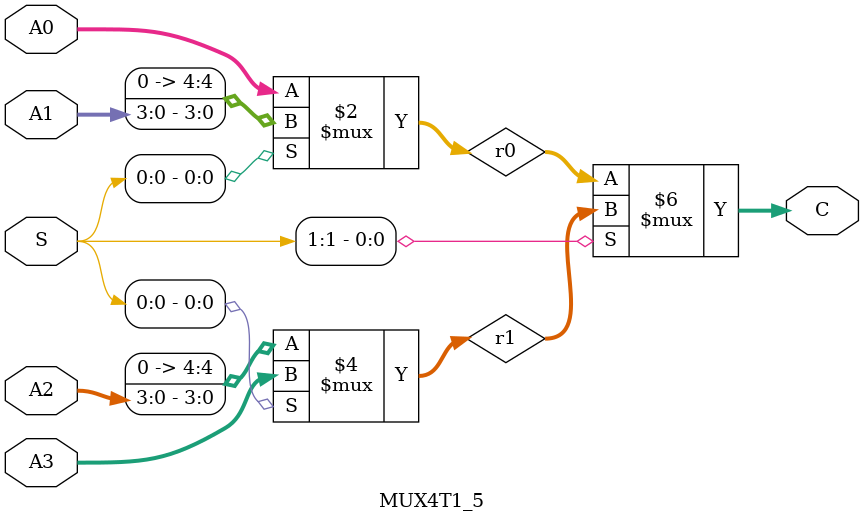
<source format=v>
`timescale 1ns / 1ps
module MUX4T1_5(
	input [4:0]A0,
	input [3:0]A1,
	input [3:0]A2,
	input [4:0]A3,
	input [1:0]S,
	output [4:0]C
    );
wire [4:0]r0;
wire [4:0]r1;

assign r0=(S[0]==0)?A0:{1'b0,A1};
assign r1=(S[0]==0)?{1'b0,A2}:A3;

assign C=(S[1]==0)?r0:r1;

endmodule

</source>
